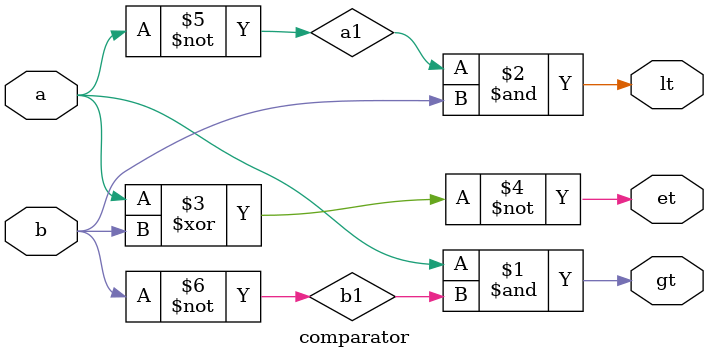
<source format=v>
`timescale 1ns / 1ps

module comparator(input a, b, output lt, gt, et);
    wire a1, b1;
    
    not(a1, a);          
    not(b1, b);          
    
    and(gt, a, b1);      
    and(lt, a1, b);      
    xnor(et, a, b);      
    
endmodule

</source>
